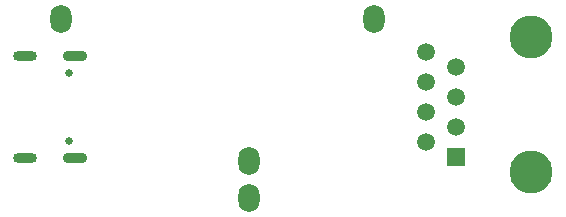
<source format=gbs>
%TF.GenerationSoftware,KiCad,Pcbnew,5.99.0-unknown-4920692bcd~125~ubuntu20.04.1*%
%TF.CreationDate,2021-04-18T13:07:44+02:00*%
%TF.ProjectId,USBMOUNT01A,5553424d-4f55-44e5-9430-31412e6b6963,rev?*%
%TF.SameCoordinates,Original*%
%TF.FileFunction,Soldermask,Bot*%
%TF.FilePolarity,Negative*%
%FSLAX46Y46*%
G04 Gerber Fmt 4.6, Leading zero omitted, Abs format (unit mm)*
G04 Created by KiCad (PCBNEW 5.99.0-unknown-4920692bcd~125~ubuntu20.04.1) date 2021-04-18 13:07:44*
%MOMM*%
%LPD*%
G01*
G04 APERTURE LIST*
%ADD10O,1.800000X2.400000*%
%ADD11C,0.650000*%
%ADD12O,2.000000X0.900000*%
%ADD13O,2.100000X0.900000*%
%ADD14C,3.650000*%
%ADD15R,1.500000X1.500000*%
%ADD16C,1.500000*%
G04 APERTURE END LIST*
D10*
%TO.C,D1*%
X128200000Y-81500000D03*
%TD*%
%TO.C,D2*%
X144150000Y-96600000D03*
%TD*%
D11*
%TO.C,P1*%
X128905000Y-86010000D03*
X128905000Y-91790000D03*
D12*
X125215000Y-84580000D03*
X125215000Y-93220000D03*
D13*
X129385000Y-84580000D03*
X129385000Y-93220000D03*
%TD*%
D10*
%TO.C,D4*%
X154700000Y-81500000D03*
%TD*%
D14*
%TO.C,J1*%
X168050000Y-94470000D03*
X168050000Y-83040000D03*
D15*
X161700000Y-93200000D03*
D16*
X159160000Y-91930000D03*
X161700000Y-90660000D03*
X159160000Y-89390000D03*
X161700000Y-88120000D03*
X159160000Y-86850000D03*
X161700000Y-85580000D03*
X159160000Y-84310000D03*
%TD*%
D10*
%TO.C,D3*%
X144150000Y-93500000D03*
%TD*%
M02*

</source>
